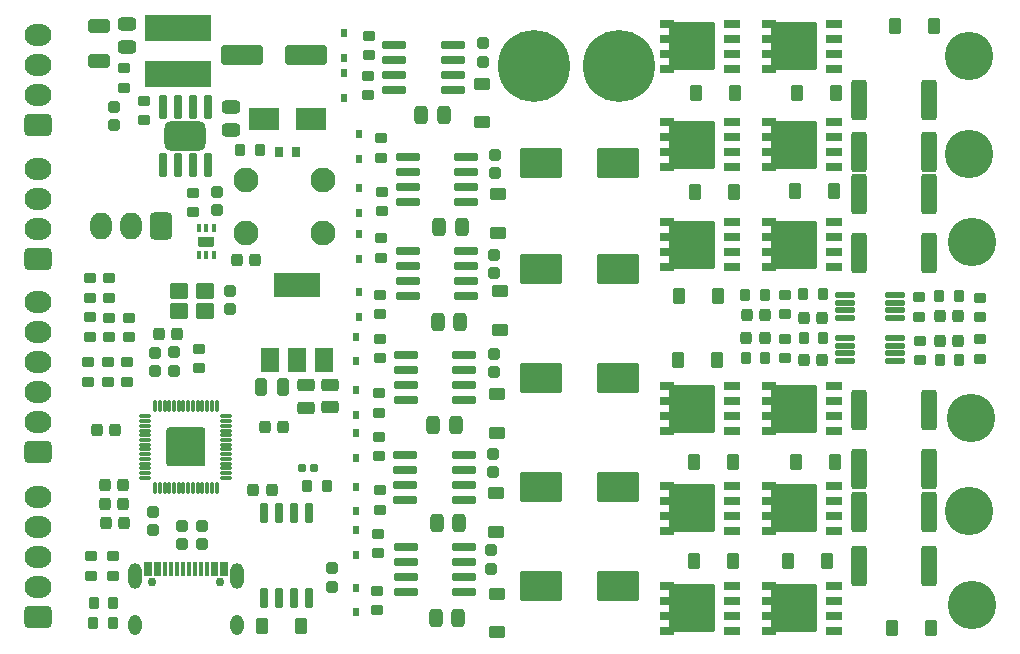
<source format=gts>
G04 #@! TF.GenerationSoftware,KiCad,Pcbnew,6.0.0-rc2*
G04 #@! TF.CreationDate,2022-06-15T19:41:01-07:00*
G04 #@! TF.ProjectId,RP2040_motor,52503230-3430-45f6-9d6f-746f722e6b69,REV1*
G04 #@! TF.SameCoordinates,Original*
G04 #@! TF.FileFunction,Soldermask,Top*
G04 #@! TF.FilePolarity,Negative*
%FSLAX46Y46*%
G04 Gerber Fmt 4.6, Leading zero omitted, Abs format (unit mm)*
G04 Created by KiCad (PCBNEW 6.0.0-rc2) date 2022-06-15 19:41:01*
%MOMM*%
%LPD*%
G01*
G04 APERTURE LIST*
G04 Aperture macros list*
%AMRoundRect*
0 Rectangle with rounded corners*
0 $1 Rounding radius*
0 $2 $3 $4 $5 $6 $7 $8 $9 X,Y pos of 4 corners*
0 Add a 4 corners polygon primitive as box body*
4,1,4,$2,$3,$4,$5,$6,$7,$8,$9,$2,$3,0*
0 Add four circle primitives for the rounded corners*
1,1,$1+$1,$2,$3*
1,1,$1+$1,$4,$5*
1,1,$1+$1,$6,$7*
1,1,$1+$1,$8,$9*
0 Add four rect primitives between the rounded corners*
20,1,$1+$1,$2,$3,$4,$5,0*
20,1,$1+$1,$4,$5,$6,$7,0*
20,1,$1+$1,$6,$7,$8,$9,0*
20,1,$1+$1,$8,$9,$2,$3,0*%
G04 Aperture macros list end*
%ADD10O,1.842000X2.292000*%
%ADD11RoundRect,0.301000X0.620000X0.845000X-0.620000X0.845000X-0.620000X-0.845000X0.620000X-0.845000X0*%
%ADD12RoundRect,0.051000X-0.596900X0.381000X-0.596900X-0.381000X0.596900X-0.381000X0.596900X0.381000X0*%
%ADD13RoundRect,0.051000X-0.127000X0.304800X-0.127000X-0.304800X0.127000X-0.304800X0.127000X0.304800X0*%
%ADD14RoundRect,0.276000X-0.225000X-0.250000X0.225000X-0.250000X0.225000X0.250000X-0.225000X0.250000X0*%
%ADD15RoundRect,0.276000X-0.250000X0.225000X-0.250000X-0.225000X0.250000X-0.225000X0.250000X0.225000X0*%
%ADD16RoundRect,0.276000X0.225000X0.250000X-0.225000X0.250000X-0.225000X-0.250000X0.225000X-0.250000X0*%
%ADD17RoundRect,0.251000X0.275000X-0.200000X0.275000X0.200000X-0.275000X0.200000X-0.275000X-0.200000X0*%
%ADD18RoundRect,0.251000X-0.275000X0.200000X-0.275000X-0.200000X0.275000X-0.200000X0.275000X0.200000X0*%
%ADD19RoundRect,0.251000X0.200000X0.275000X-0.200000X0.275000X-0.200000X-0.275000X0.200000X-0.275000X0*%
%ADD20RoundRect,0.251000X-0.200000X-0.275000X0.200000X-0.275000X0.200000X0.275000X-0.200000X0.275000X0*%
%ADD21RoundRect,0.294750X0.243750X0.456250X-0.243750X0.456250X-0.243750X-0.456250X0.243750X-0.456250X0*%
%ADD22RoundRect,0.276000X0.250000X-0.225000X0.250000X0.225000X-0.250000X0.225000X-0.250000X-0.225000X0*%
%ADD23RoundRect,0.198500X0.147500X0.172500X-0.147500X0.172500X-0.147500X-0.172500X0.147500X-0.172500X0*%
%ADD24RoundRect,0.051000X0.750000X-1.000000X0.750000X1.000000X-0.750000X1.000000X-0.750000X-1.000000X0*%
%ADD25RoundRect,0.051000X1.900000X-1.000000X1.900000X1.000000X-1.900000X1.000000X-1.900000X-1.000000X0*%
%ADD26RoundRect,0.201000X-0.150000X0.650000X-0.150000X-0.650000X0.150000X-0.650000X0.150000X0.650000X0*%
%ADD27RoundRect,0.294750X-0.456250X0.243750X-0.456250X-0.243750X0.456250X-0.243750X0.456250X0.243750X0*%
%ADD28RoundRect,0.195000X1.456000X1.456000X-1.456000X1.456000X-1.456000X-1.456000X1.456000X-1.456000X0*%
%ADD29RoundRect,0.101000X0.050000X0.387500X-0.050000X0.387500X-0.050000X-0.387500X0.050000X-0.387500X0*%
%ADD30RoundRect,0.101000X0.387500X0.050000X-0.387500X0.050000X-0.387500X-0.050000X0.387500X-0.050000X0*%
%ADD31RoundRect,0.301000X-0.250000X-0.475000X0.250000X-0.475000X0.250000X0.475000X-0.250000X0.475000X0*%
%ADD32O,2.292000X1.842000*%
%ADD33RoundRect,0.301000X0.845000X-0.620000X0.845000X0.620000X-0.845000X0.620000X-0.845000X-0.620000X0*%
%ADD34RoundRect,0.676000X-1.075000X0.625000X-1.075000X-0.625000X1.075000X-0.625000X1.075000X0.625000X0*%
%ADD35RoundRect,0.201000X-0.150000X0.825000X-0.150000X-0.825000X0.150000X-0.825000X0.150000X0.825000X0*%
%ADD36RoundRect,0.051000X0.600000X-0.450000X0.600000X0.450000X-0.600000X0.450000X-0.600000X-0.450000X0*%
%ADD37RoundRect,0.301000X1.500000X1.000000X-1.500000X1.000000X-1.500000X-1.000000X1.500000X-1.000000X0*%
%ADD38RoundRect,0.301000X-1.500000X-0.550000X1.500000X-0.550000X1.500000X0.550000X-1.500000X0.550000X0*%
%ADD39RoundRect,0.051000X0.300000X0.350000X-0.300000X0.350000X-0.300000X-0.350000X0.300000X-0.350000X0*%
%ADD40C,2.102000*%
%ADD41RoundRect,0.301000X0.362500X1.425000X-0.362500X1.425000X-0.362500X-1.425000X0.362500X-1.425000X0*%
%ADD42RoundRect,0.051000X0.510000X0.305000X-0.510000X0.305000X-0.510000X-0.305000X0.510000X-0.305000X0*%
%ADD43RoundRect,0.051000X1.905000X1.955000X-1.905000X1.955000X-1.905000X-1.955000X1.905000X-1.955000X0*%
%ADD44RoundRect,0.051000X0.635000X0.305000X-0.635000X0.305000X-0.635000X-0.305000X0.635000X-0.305000X0*%
%ADD45C,4.102000*%
%ADD46RoundRect,0.051000X-0.450000X-0.600000X0.450000X-0.600000X0.450000X0.600000X-0.450000X0.600000X0*%
%ADD47RoundRect,0.051000X-1.250000X-0.900000X1.250000X-0.900000X1.250000X0.900000X-1.250000X0.900000X0*%
%ADD48RoundRect,0.201000X0.825000X0.150000X-0.825000X0.150000X-0.825000X-0.150000X0.825000X-0.150000X0*%
%ADD49C,6.102000*%
%ADD50RoundRect,0.301000X-0.475000X0.250000X-0.475000X-0.250000X0.475000X-0.250000X0.475000X0.250000X0*%
%ADD51RoundRect,0.051000X-0.225000X0.300000X-0.225000X-0.300000X0.225000X-0.300000X0.225000X0.300000X0*%
%ADD52RoundRect,0.051000X2.750000X-1.075000X2.750000X1.075000X-2.750000X1.075000X-2.750000X-1.075000X0*%
%ADD53RoundRect,0.051000X0.450000X0.600000X-0.450000X0.600000X-0.450000X-0.600000X0.450000X-0.600000X0*%
%ADD54RoundRect,0.151000X0.712500X0.100000X-0.712500X0.100000X-0.712500X-0.100000X0.712500X-0.100000X0*%
%ADD55RoundRect,0.051000X-0.700000X-0.600000X0.700000X-0.600000X0.700000X0.600000X-0.700000X0.600000X0*%
%ADD56RoundRect,0.301000X0.625000X-0.312500X0.625000X0.312500X-0.625000X0.312500X-0.625000X-0.312500X0*%
%ADD57O,1.102000X1.702000*%
%ADD58O,1.102000X2.202000*%
%ADD59RoundRect,0.051000X-0.150000X-0.575000X0.150000X-0.575000X0.150000X0.575000X-0.150000X0.575000X0*%
%ADD60C,0.752000*%
G04 APERTURE END LIST*
D10*
X83110000Y-86500000D03*
X85650000Y-86500000D03*
D11*
X88190000Y-86500000D03*
D12*
X92014000Y-87871700D03*
D13*
X92663999Y-89027400D03*
X92014000Y-89027400D03*
X91364001Y-89027400D03*
X91364001Y-86716000D03*
X92014000Y-86716000D03*
X92663999Y-86716000D03*
D14*
X94615000Y-89410000D03*
X96165000Y-89410000D03*
D15*
X92890000Y-83625000D03*
X92890000Y-85175000D03*
D16*
X144165000Y-94300000D03*
X142615000Y-94300000D03*
D14*
X154125000Y-94170000D03*
X155675000Y-94170000D03*
D16*
X144165000Y-97900000D03*
X142615000Y-97900000D03*
D14*
X154146600Y-96245000D03*
X155696600Y-96245000D03*
D17*
X152380000Y-94205000D03*
X152380000Y-92555000D03*
D18*
X157510000Y-92595000D03*
X157510000Y-94245000D03*
D19*
X155705000Y-92500000D03*
X154055000Y-92500000D03*
D17*
X140980000Y-94025000D03*
X140980000Y-92375000D03*
D19*
X144205000Y-92310000D03*
X142555000Y-92310000D03*
D17*
X152421900Y-97910000D03*
X152421900Y-96260000D03*
X157559100Y-97790000D03*
X157559100Y-96140000D03*
D19*
X155783100Y-97842000D03*
X154133100Y-97842000D03*
D20*
X137665000Y-92400000D03*
X139315000Y-92400000D03*
D17*
X141021900Y-97740000D03*
X141021900Y-96090000D03*
D19*
X144260000Y-96030900D03*
X142610000Y-96030900D03*
D20*
X137696900Y-97738000D03*
X139346900Y-97738000D03*
D21*
X96667500Y-100200000D03*
X98542500Y-100200000D03*
D16*
X83480000Y-111690000D03*
X85030000Y-111690000D03*
D15*
X87480000Y-112310000D03*
X87480000Y-110760000D03*
D14*
X98540000Y-103550000D03*
X96990000Y-103550000D03*
D22*
X102660000Y-115520000D03*
X102660000Y-117070000D03*
D23*
X100140000Y-107010000D03*
X101110000Y-107010000D03*
D24*
X101980000Y-97850000D03*
X99680000Y-97850000D03*
D25*
X99680000Y-91550000D03*
D24*
X97380000Y-97850000D03*
D26*
X100720000Y-118060000D03*
X99450000Y-118060000D03*
X98180000Y-118060000D03*
X96910000Y-118060000D03*
X96910000Y-110860000D03*
X98180000Y-110860000D03*
X99450000Y-110860000D03*
X100720000Y-110860000D03*
D16*
X88020000Y-95650000D03*
X89570000Y-95650000D03*
D20*
X102200000Y-108510000D03*
X100550000Y-108510000D03*
D15*
X89930000Y-113460000D03*
X89930000Y-111910000D03*
D16*
X82770000Y-103800000D03*
X84320000Y-103800000D03*
D22*
X89249000Y-97240000D03*
X89249000Y-98790000D03*
D17*
X84080000Y-114510000D03*
X84080000Y-116160000D03*
D22*
X87630000Y-97290000D03*
X87630000Y-98840000D03*
D27*
X102490000Y-101885000D03*
X102490000Y-100010000D03*
D14*
X97540000Y-108900000D03*
X95990000Y-108900000D03*
D16*
X83420000Y-110100000D03*
X84970000Y-110100000D03*
D28*
X90280000Y-105250000D03*
D29*
X92880000Y-108687500D03*
X92480000Y-108687500D03*
X92080000Y-108687500D03*
X91680000Y-108687500D03*
X91280000Y-108687500D03*
X90880000Y-108687500D03*
X90480000Y-108687500D03*
X90080000Y-108687500D03*
X89680000Y-108687500D03*
X89280000Y-108687500D03*
X88880000Y-108687500D03*
X88480000Y-108687500D03*
X88080000Y-108687500D03*
X87680000Y-108687500D03*
D30*
X86842500Y-107850000D03*
X86842500Y-107450000D03*
X86842500Y-107050000D03*
X86842500Y-106650000D03*
X86842500Y-106250000D03*
X86842500Y-105850000D03*
X86842500Y-105450000D03*
X86842500Y-105050000D03*
X86842500Y-104650000D03*
X86842500Y-104250000D03*
X86842500Y-103850000D03*
X86842500Y-103450000D03*
X86842500Y-103050000D03*
X86842500Y-102650000D03*
D29*
X87680000Y-101812500D03*
X88080000Y-101812500D03*
X88480000Y-101812500D03*
X88880000Y-101812500D03*
X89280000Y-101812500D03*
X89680000Y-101812500D03*
X90080000Y-101812500D03*
X90480000Y-101812500D03*
X90880000Y-101812500D03*
X91280000Y-101812500D03*
X91680000Y-101812500D03*
X92080000Y-101812500D03*
X92480000Y-101812500D03*
X92880000Y-101812500D03*
D30*
X93717500Y-102650000D03*
X93717500Y-103050000D03*
X93717500Y-103450000D03*
X93717500Y-103850000D03*
X93717500Y-104250000D03*
X93717500Y-104650000D03*
X93717500Y-105050000D03*
X93717500Y-105450000D03*
X93717500Y-105850000D03*
X93717500Y-106250000D03*
X93717500Y-106650000D03*
X93717500Y-107050000D03*
X93717500Y-107450000D03*
X93717500Y-107850000D03*
D22*
X94040000Y-92050000D03*
X94040000Y-93600000D03*
D17*
X82280000Y-114510000D03*
X82280000Y-116160000D03*
D15*
X91630000Y-113460000D03*
X91630000Y-111910000D03*
D16*
X83420000Y-108450000D03*
X84970000Y-108450000D03*
D17*
X91380000Y-96910000D03*
X91380000Y-98560000D03*
D27*
X100440000Y-101912500D03*
X100440000Y-100037500D03*
D15*
X115410000Y-72615900D03*
X115410000Y-71065900D03*
D31*
X113130900Y-103380000D03*
X111230900Y-103380000D03*
D32*
X77750000Y-81680000D03*
X77750000Y-84220000D03*
X77750000Y-86760000D03*
D33*
X77750000Y-89300000D03*
D34*
X90240000Y-78900000D03*
D35*
X92145000Y-81375000D03*
X90875000Y-81375000D03*
X89605000Y-81375000D03*
X88335000Y-81375000D03*
X88335000Y-76425000D03*
X89605000Y-76425000D03*
X90875000Y-76425000D03*
X92145000Y-76425000D03*
D36*
X116640000Y-100750000D03*
X116640000Y-104050000D03*
D37*
X120350000Y-117050000D03*
X126850000Y-117050000D03*
D18*
X106590000Y-114250000D03*
X106590000Y-112600000D03*
D38*
X100455000Y-72020000D03*
X95055000Y-72020000D03*
D39*
X99590000Y-80250000D03*
X98190000Y-80250000D03*
D40*
X95390000Y-87100000D03*
X101890000Y-87100000D03*
X95390000Y-82600000D03*
X101890000Y-82600000D03*
D41*
X147237500Y-115340000D03*
X153162500Y-115340000D03*
D42*
X139655000Y-116995000D03*
X139655000Y-120805000D03*
D43*
X141760000Y-118900000D03*
D42*
X139655000Y-119535000D03*
X139655000Y-118265000D03*
D44*
X145120000Y-116995000D03*
X145120000Y-118265000D03*
X145120000Y-120805000D03*
X145120000Y-119535000D03*
D45*
X156819000Y-87920000D03*
D41*
X147237500Y-83860000D03*
X153162500Y-83860000D03*
D18*
X82140000Y-95925000D03*
X82140000Y-94275000D03*
D15*
X116460000Y-82075900D03*
X116460000Y-80525900D03*
D46*
X153650000Y-69570000D03*
X150350000Y-69570000D03*
D18*
X83780000Y-95935000D03*
X83780000Y-94285000D03*
D20*
X84145000Y-118460000D03*
X82495000Y-118460000D03*
D44*
X145120000Y-71964500D03*
X145120000Y-73234500D03*
X145120000Y-70694500D03*
X145120000Y-69424500D03*
D42*
X139655000Y-70694500D03*
X139655000Y-73234500D03*
X139655000Y-69424500D03*
X139655000Y-71964500D03*
D43*
X141760000Y-71329500D03*
D18*
X106759000Y-97740000D03*
X106759000Y-96090000D03*
X105669000Y-75460000D03*
X105669000Y-73810000D03*
D46*
X136621000Y-106475000D03*
X133321000Y-106475000D03*
D19*
X82435000Y-120170000D03*
X84085000Y-120170000D03*
D47*
X100885000Y-77500000D03*
X96885000Y-77500000D03*
D31*
X113520900Y-94700000D03*
X111620900Y-94700000D03*
D45*
X156619000Y-72130000D03*
D48*
X108874100Y-109755000D03*
X108874100Y-108485000D03*
X108874100Y-107215000D03*
X108874100Y-105945000D03*
X113824100Y-105945000D03*
X113824100Y-107215000D03*
X113824100Y-108485000D03*
X113824100Y-109755000D03*
D32*
X77750000Y-93000000D03*
X77750000Y-95540000D03*
X77750000Y-98080000D03*
X77750000Y-100620000D03*
X77750000Y-103160000D03*
D33*
X77750000Y-105700000D03*
D49*
X119740000Y-73000000D03*
D37*
X120350000Y-81220000D03*
X126850000Y-81220000D03*
D50*
X85300000Y-71345000D03*
X85300000Y-69445000D03*
D18*
X106669000Y-102340000D03*
X106669000Y-100690000D03*
D17*
X83810000Y-90975000D03*
X83810000Y-92625000D03*
D51*
X104900000Y-89345000D03*
X104900000Y-87245000D03*
D36*
X116640000Y-117650000D03*
X116640000Y-120950000D03*
D44*
X145120000Y-81575000D03*
X145120000Y-79035000D03*
X145120000Y-80305000D03*
X145120000Y-77765000D03*
D43*
X141760000Y-79670000D03*
D42*
X139655000Y-80305000D03*
X139655000Y-81575000D03*
X139655000Y-77765000D03*
X139655000Y-79035000D03*
D45*
X156719000Y-102810000D03*
D52*
X89595000Y-69795000D03*
X89595000Y-73645000D03*
D32*
X77750000Y-70330000D03*
X77750000Y-72870000D03*
X77750000Y-75410000D03*
D33*
X77750000Y-77950000D03*
D41*
X147237500Y-102080000D03*
X153162500Y-102080000D03*
D17*
X86720000Y-75920000D03*
X86720000Y-77570000D03*
D41*
X147237500Y-75840000D03*
X153162500Y-75840000D03*
D51*
X103700000Y-72320000D03*
X103700000Y-70220000D03*
D36*
X115390000Y-74470000D03*
X115390000Y-77770000D03*
D44*
X136520000Y-79035000D03*
X136520000Y-80305000D03*
X136520000Y-81575000D03*
X136520000Y-77765000D03*
D42*
X131055000Y-80305000D03*
X131055000Y-79035000D03*
D43*
X133160000Y-79670000D03*
D42*
X131055000Y-81575000D03*
X131055000Y-77765000D03*
X131055000Y-87485000D03*
X131055000Y-86215000D03*
X131055000Y-90025000D03*
X131055000Y-88755000D03*
D43*
X133160000Y-88120000D03*
D44*
X136520000Y-86215000D03*
X136520000Y-88755000D03*
X136520000Y-90025000D03*
X136520000Y-87485000D03*
D48*
X107924100Y-75025000D03*
X107924100Y-73755000D03*
X107924100Y-72485000D03*
X107924100Y-71215000D03*
X112874100Y-71215000D03*
X112874100Y-72485000D03*
X112874100Y-73755000D03*
X112874100Y-75025000D03*
D18*
X105759000Y-72060000D03*
X105759000Y-70410000D03*
X106809000Y-80765000D03*
X106809000Y-79115000D03*
D43*
X141760000Y-88120000D03*
D42*
X139655000Y-86215000D03*
X139655000Y-88755000D03*
X139655000Y-90025000D03*
X139655000Y-87485000D03*
D44*
X145120000Y-86215000D03*
X145120000Y-90025000D03*
X145120000Y-88755000D03*
X145120000Y-87485000D03*
D31*
X112130900Y-77100000D03*
X110230900Y-77100000D03*
D48*
X109084100Y-92495000D03*
X109084100Y-91225000D03*
X109084100Y-89955000D03*
X109084100Y-88685000D03*
X114034100Y-88685000D03*
X114034100Y-89955000D03*
X114034100Y-91225000D03*
X114034100Y-92495000D03*
D41*
X147237500Y-107120000D03*
X153162500Y-107120000D03*
D48*
X108884100Y-117525000D03*
X108884100Y-116255000D03*
X108884100Y-114985000D03*
X108884100Y-113715000D03*
X113834100Y-113715000D03*
X113834100Y-114985000D03*
X113834100Y-116255000D03*
X113834100Y-117525000D03*
D17*
X90864900Y-83713000D03*
X90864900Y-85363000D03*
D48*
X109074100Y-84475000D03*
X109074100Y-83205000D03*
X109074100Y-81935000D03*
X109074100Y-80665000D03*
X114024100Y-80665000D03*
X114024100Y-81935000D03*
X114024100Y-83205000D03*
X114024100Y-84475000D03*
D18*
X106711000Y-110555000D03*
X106711000Y-108905000D03*
D51*
X104900000Y-85420000D03*
X104900000Y-83320000D03*
D20*
X96523900Y-80110000D03*
X94873900Y-80110000D03*
D41*
X147237500Y-110720000D03*
X153162500Y-110720000D03*
D44*
X145120000Y-111085000D03*
X145120000Y-109815000D03*
X145120000Y-112355000D03*
X145120000Y-108545000D03*
D42*
X139655000Y-109815000D03*
X139655000Y-108545000D03*
X139655000Y-112355000D03*
D43*
X141760000Y-110450000D03*
D42*
X139655000Y-111085000D03*
D37*
X120350000Y-108600000D03*
X126850000Y-108600000D03*
D46*
X144561000Y-114935000D03*
X141261000Y-114935000D03*
X145250000Y-106475000D03*
X141950000Y-106475000D03*
D18*
X106609000Y-106045000D03*
X106609000Y-104395000D03*
D31*
X113430900Y-111680000D03*
X111530900Y-111680000D03*
D18*
X106790000Y-89220000D03*
X106790000Y-87570000D03*
D53*
X96740000Y-120400000D03*
X100040000Y-120400000D03*
D44*
X136520000Y-73225000D03*
X136520000Y-70685000D03*
X136520000Y-71955000D03*
X136520000Y-69415000D03*
D42*
X131055000Y-71955000D03*
D43*
X133160000Y-71320000D03*
D42*
X131055000Y-73225000D03*
X131055000Y-70685000D03*
X131055000Y-69415000D03*
D51*
X104900000Y-94220000D03*
X104900000Y-92120000D03*
D54*
X150352500Y-97975000D03*
X150352500Y-97325000D03*
X150352500Y-96675000D03*
X150352500Y-96025000D03*
X146127500Y-96025000D03*
X146127500Y-96675000D03*
X146127500Y-97325000D03*
X146127500Y-97975000D03*
D51*
X104900000Y-80870000D03*
X104900000Y-78770000D03*
X104700000Y-98000000D03*
X104700000Y-95900000D03*
D46*
X136671000Y-83645000D03*
X133371000Y-83645000D03*
D16*
X139305000Y-94060000D03*
X137755000Y-94060000D03*
D48*
X108924100Y-101305000D03*
X108924100Y-100035000D03*
X108924100Y-98765000D03*
X108924100Y-97495000D03*
X113874100Y-97495000D03*
X113874100Y-98765000D03*
X113874100Y-100035000D03*
X113874100Y-101305000D03*
D44*
X136520000Y-111085000D03*
X136520000Y-112355000D03*
X136520000Y-109815000D03*
X136520000Y-108545000D03*
D42*
X131055000Y-111085000D03*
X131055000Y-108545000D03*
D43*
X133160000Y-110450000D03*
D42*
X131055000Y-109815000D03*
X131055000Y-112355000D03*
D55*
X89740000Y-92050000D03*
X91940000Y-92050000D03*
X91940000Y-93750000D03*
X89740000Y-93750000D03*
D18*
X106490000Y-119050000D03*
X106490000Y-117400000D03*
D37*
X120350000Y-99400000D03*
X126850000Y-99400000D03*
D51*
X103700000Y-75670000D03*
X103700000Y-73570000D03*
D18*
X81990000Y-99735000D03*
X81990000Y-98085000D03*
D54*
X150352500Y-94315000D03*
X150352500Y-93665000D03*
X150352500Y-93015000D03*
X150352500Y-92365000D03*
X146127500Y-92365000D03*
X146127500Y-93015000D03*
X146127500Y-93665000D03*
X146127500Y-94315000D03*
D32*
X77750000Y-109490000D03*
X77750000Y-112030000D03*
X77750000Y-114570000D03*
X77750000Y-117110000D03*
D33*
X77750000Y-119650000D03*
D18*
X106690000Y-94020000D03*
X106690000Y-92370000D03*
D16*
X139283400Y-96025000D03*
X137733400Y-96025000D03*
D36*
X116740000Y-83820000D03*
X116740000Y-87120000D03*
D43*
X133160000Y-118900000D03*
D42*
X131055000Y-118265000D03*
X131055000Y-120805000D03*
X131055000Y-119535000D03*
X131055000Y-116995000D03*
D44*
X136520000Y-116995000D03*
X136520000Y-119535000D03*
X136520000Y-120805000D03*
X136520000Y-118265000D03*
D46*
X135350000Y-92455000D03*
X132050000Y-92455000D03*
X136621000Y-114935000D03*
X133321000Y-114935000D03*
D15*
X116160000Y-115555900D03*
X116160000Y-114005900D03*
X116360000Y-90525900D03*
X116360000Y-88975900D03*
D46*
X136750000Y-75295000D03*
X133450000Y-75295000D03*
X145361000Y-75295000D03*
X142061000Y-75295000D03*
X135250000Y-97850000D03*
X131950000Y-97850000D03*
D51*
X104700000Y-114375000D03*
X104700000Y-112275000D03*
D46*
X153361000Y-120535000D03*
X150061000Y-120535000D03*
D42*
X139655000Y-102644500D03*
X139655000Y-100104500D03*
D43*
X141760000Y-102009500D03*
D42*
X139655000Y-101374500D03*
X139655000Y-103914500D03*
D44*
X145120000Y-100104500D03*
X145120000Y-102644500D03*
X145120000Y-101374500D03*
X145120000Y-103914500D03*
D42*
X131055000Y-101365000D03*
X131055000Y-102635000D03*
X131055000Y-100095000D03*
D43*
X133160000Y-102000000D03*
D42*
X131055000Y-103905000D03*
D44*
X136520000Y-100095000D03*
X136520000Y-101365000D03*
X136520000Y-103905000D03*
X136520000Y-102635000D03*
D18*
X85490000Y-95945000D03*
X85490000Y-94295000D03*
D41*
X147237500Y-80240000D03*
X153162500Y-80240000D03*
X147237500Y-88800000D03*
X153162500Y-88800000D03*
D45*
X156819000Y-118600000D03*
D51*
X104700000Y-106150000D03*
X104700000Y-104050000D03*
X104700000Y-102550000D03*
X104700000Y-100450000D03*
D45*
X156619000Y-80470000D03*
D18*
X106911000Y-85275000D03*
X106911000Y-83625000D03*
D31*
X113320900Y-119730000D03*
X111420900Y-119730000D03*
D36*
X116540000Y-109100000D03*
X116540000Y-112400000D03*
D18*
X85290000Y-99725000D03*
X85290000Y-98075000D03*
D15*
X116260000Y-107355900D03*
X116260000Y-105805900D03*
D45*
X156619000Y-110650000D03*
D18*
X83680000Y-99725000D03*
X83680000Y-98075000D03*
D37*
X120350000Y-90170000D03*
X126850000Y-90170000D03*
D51*
X104700000Y-119250000D03*
X104700000Y-117150000D03*
D56*
X82970000Y-69642500D03*
X82970000Y-72567500D03*
D51*
X104700000Y-110700000D03*
X104700000Y-108600000D03*
D31*
X113630900Y-86650000D03*
X111730900Y-86650000D03*
D36*
X116840000Y-92070000D03*
X116840000Y-95370000D03*
D50*
X94110000Y-78395000D03*
X94110000Y-76495000D03*
D46*
X145161000Y-83605000D03*
X141861000Y-83605000D03*
D17*
X85070000Y-73160000D03*
X85070000Y-74810000D03*
D15*
X116410000Y-98895900D03*
X116410000Y-97345900D03*
D18*
X82180000Y-92625000D03*
X82180000Y-90975000D03*
D22*
X84190000Y-76425000D03*
X84190000Y-77975000D03*
D57*
X94610000Y-120325000D03*
X85970000Y-120325000D03*
D58*
X85970000Y-116145000D03*
X94610000Y-116145000D03*
D59*
X87240000Y-115580000D03*
X88040000Y-115580000D03*
X88540000Y-115580000D03*
X89540000Y-115580000D03*
X91040000Y-115580000D03*
X92040000Y-115580000D03*
X92540000Y-115580000D03*
X93340000Y-115580000D03*
X93640000Y-115580000D03*
X92840000Y-115580000D03*
X91540000Y-115580000D03*
X90540000Y-115580000D03*
X90040000Y-115580000D03*
X89040000Y-115580000D03*
X87740000Y-115580000D03*
X86940000Y-115580000D03*
D60*
X87400000Y-116645000D03*
X93180000Y-116645000D03*
D49*
X126990000Y-73000000D03*
M02*

</source>
